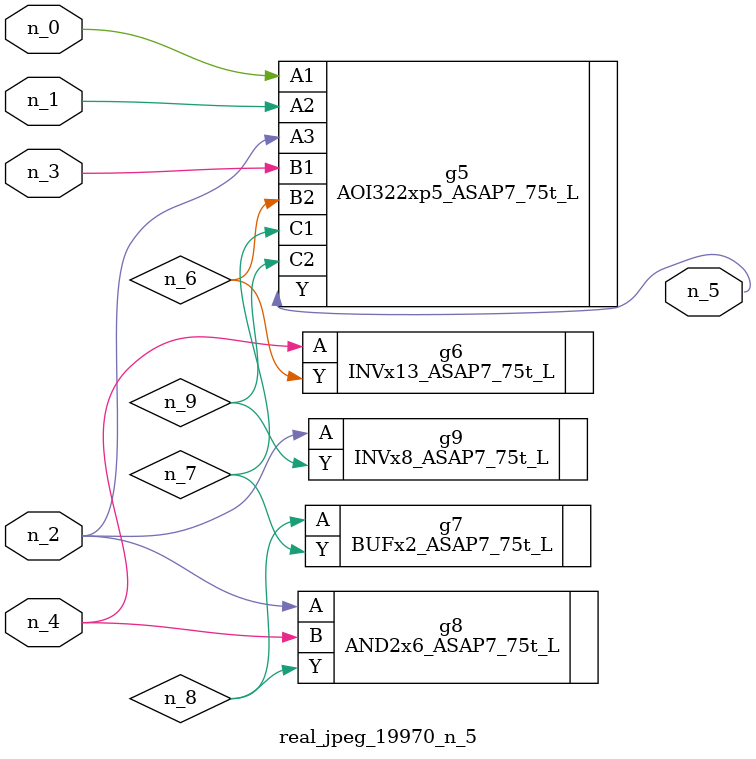
<source format=v>
module real_jpeg_19970_n_5 (n_4, n_0, n_1, n_2, n_3, n_5);

input n_4;
input n_0;
input n_1;
input n_2;
input n_3;

output n_5;

wire n_8;
wire n_6;
wire n_7;
wire n_9;

AOI322xp5_ASAP7_75t_L g5 ( 
.A1(n_0),
.A2(n_1),
.A3(n_2),
.B1(n_3),
.B2(n_6),
.C1(n_7),
.C2(n_9),
.Y(n_5)
);

AND2x6_ASAP7_75t_L g8 ( 
.A(n_2),
.B(n_4),
.Y(n_8)
);

INVx8_ASAP7_75t_L g9 ( 
.A(n_2),
.Y(n_9)
);

INVx13_ASAP7_75t_L g6 ( 
.A(n_4),
.Y(n_6)
);

BUFx2_ASAP7_75t_L g7 ( 
.A(n_8),
.Y(n_7)
);


endmodule
</source>
